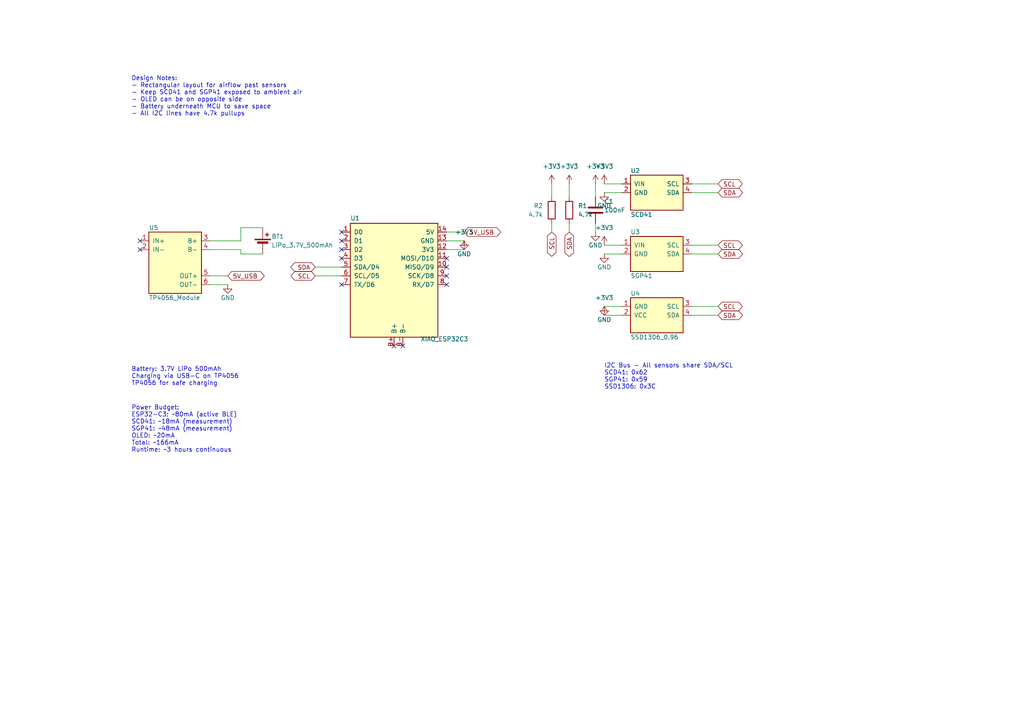
<source format=kicad_sch>
(kicad_sch (version 20250114) (generator "eeschema") (generator_version "9.0")
  (paper "A4")
  (title_block (title "Wearable Air Quality Sensor") (date "2026-01-15") (rev "1.0") (comment 1 "ESP32-C3 + SCD41 + SGP41 + SSD1306") (comment 2 "Battery powered BLE air quality monitor"))
  (lib_symbols
    (symbol "Device:Battery_Cell" (pin_numbers (hide yes)) (pin_names (offset 0) (hide yes))
      (property "Reference" "BT" (at 2.54 2.54 0))
      (property "Value" "Battery_Cell" (at 2.54 0 0))
      (symbol "Battery_Cell_0_1"
        (rectangle (start -2.286 1.778) (end 2.286 1.524) (fill (type outline)))
        (rectangle (start -1.524 1.016) (end 1.524 0.508) (fill (type outline)))
        (polyline (pts (xy 0 1.778) (xy 0 2.54)))
        (polyline (pts (xy 0 0.762) (xy 0 0)))
        (polyline (pts (xy 0.762 3.048) (xy 1.778 3.048)) (stroke (width 0.254)))
        (polyline (pts (xy 1.27 3.556) (xy 1.27 2.54)) (stroke (width 0.254)))
      )
      (symbol "Battery_Cell_1_1"
        (pin passive line (at 0 5.08 270) (length 2.54) (name "+") (number "1"))
        (pin passive line (at 0 -2.54 90) (length 2.54) (name "-") (number "2"))
      )
    )
    (symbol "Device:C" (pin_numbers (hide yes)) (pin_names (offset 0.254))
      (property "Reference" "C" (at 0.635 2.54 0))
      (property "Value" "C" (at 0.635 -2.54 0))
      (symbol "C_0_1"
        (polyline (pts (xy -2.032 0.762) (xy 2.032 0.762)) (stroke (width 0.508)))
        (polyline (pts (xy -2.032 -0.762) (xy 2.032 -0.762)) (stroke (width 0.508)))
      )
      (symbol "C_1_1"
        (pin passive line (at 0 3.81 270) (length 2.794) (name "~") (number "1"))
        (pin passive line (at 0 -3.81 90) (length 2.794) (name "~") (number "2"))
      )
    )
    (symbol "Device:R" (pin_numbers (hide yes)) (pin_names (offset 0))
      (property "Reference" "R" (at 2.032 0 90))
      (property "Value" "R" (at 0 0 90))
      (symbol "R_0_1"
        (rectangle (start -1.016 -2.54) (end 1.016 2.54) (stroke (width 0.254)))
      )
      (symbol "R_1_1"
        (pin passive line (at 0 3.81 270) (length 1.27) (name "~") (number "1"))
        (pin passive line (at 0 -3.81 90) (length 1.27) (name "~") (number "2"))
      )
    )
    (symbol "AirQuality_Sensors:Adafruit_SCD41" (pin_names (offset 1.016))
      (property "Reference" "U" (at -7.62 6.35 0))
      (property "Value" "Adafruit_SCD41" (at -7.62 -6.35 0))
      (symbol "Adafruit_SCD41_0_1"
        (rectangle (start -7.62 5.08) (end 7.62 -5.08) (stroke (width 0.254)) (fill (type background)))
      )
      (symbol "Adafruit_SCD41_1_1"
        (pin power_in line (at -10.16 2.54 0) (length 2.54) (name "VIN") (number "1"))
        (pin power_in line (at -10.16 0 0) (length 2.54) (name "GND") (number "2"))
        (pin bidirectional line (at 10.16 2.54 180) (length 2.54) (name "SCL") (number "3"))
        (pin bidirectional line (at 10.16 0 180) (length 2.54) (name "SDA") (number "4"))
      )
    )
    (symbol "AirQuality_Sensors:Adafruit_SGP41" (pin_names (offset 1.016))
      (property "Reference" "U" (at -7.62 6.35 0))
      (property "Value" "Adafruit_SGP41" (at -7.62 -6.35 0))
      (symbol "Adafruit_SGP41_0_1"
        (rectangle (start -7.62 5.08) (end 7.62 -5.08) (stroke (width 0.254)) (fill (type background)))
      )
      (symbol "Adafruit_SGP41_1_1"
        (pin power_in line (at -10.16 2.54 0) (length 2.54) (name "VIN") (number "1"))
        (pin power_in line (at -10.16 0 0) (length 2.54) (name "GND") (number "2"))
        (pin bidirectional line (at 10.16 2.54 180) (length 2.54) (name "SCL") (number "3"))
        (pin bidirectional line (at 10.16 0 180) (length 2.54) (name "SDA") (number "4"))
      )
    )
    (symbol "AirQuality_Sensors:SSD1306_OLED" (pin_names (offset 1.016))
      (property "Reference" "U" (at -7.62 6.35 0))
      (property "Value" "SSD1306_OLED" (at -7.62 -6.35 0))
      (symbol "SSD1306_OLED_0_1"
        (rectangle (start -7.62 5.08) (end 7.62 -5.08) (stroke (width 0.254)) (fill (type background)))
      )
      (symbol "SSD1306_OLED_1_1"
        (pin power_in line (at -10.16 2.54 0) (length 2.54) (name "GND") (number "1"))
        (pin power_in line (at -10.16 0 0) (length 2.54) (name "VCC") (number "2"))
        (pin bidirectional line (at 10.16 2.54 180) (length 2.54) (name "SCL") (number "3"))
        (pin bidirectional line (at 10.16 0 180) (length 2.54) (name "SDA") (number "4"))
      )
    )
    (symbol "AirQuality_Sensors:TP4056_Module" (pin_names (offset 1.016))
      (property "Reference" "U" (at -7.62 10.16 0))
      (property "Value" "TP4056_Module" (at -7.62 -10.16 0))
      (symbol "TP4056_Module_0_1"
        (rectangle (start -7.62 8.89) (end 7.62 -8.89) (stroke (width 0.254)) (fill (type background)))
      )
      (symbol "TP4056_Module_1_1"
        (pin power_in line (at -10.16 6.35 0) (length 2.54) (name "IN+") (number "1"))
        (pin power_in line (at -10.16 3.81 0) (length 2.54) (name "IN-") (number "2"))
        (pin power_out line (at 10.16 6.35 180) (length 2.54) (name "B+") (number "3"))
        (pin power_out line (at 10.16 3.81 180) (length 2.54) (name "B-") (number "4"))
        (pin power_out line (at 10.16 -3.81 180) (length 2.54) (name "OUT+") (number "5"))
        (pin power_out line (at 10.16 -6.35 180) (length 2.54) (name "OUT-") (number "6"))
      )
    )
    (symbol "AirQuality_Sensors:XIAO_ESP32C3" (pin_names (offset 1.016))
      (property "Reference" "U" (at -12.7 16.002 0))
      (property "Value" "XIAO_ESP32C3" (at 7.62 -19.05 0))
      (symbol "XIAO_ESP32C3_0_1"
        (rectangle (start -12.7 15.24) (end 12.7 -17.78) (stroke (width 0.254)) (fill (type background)))
      )
      (symbol "XIAO_ESP32C3_1_1"
        (pin bidirectional line (at -15.24 12.7 0) (length 2.54) (name "D0") (number "1"))
        (pin bidirectional line (at -15.24 10.16 0) (length 2.54) (name "D1") (number "2"))
        (pin bidirectional line (at -15.24 7.62 0) (length 2.54) (name "D2") (number "3"))
        (pin bidirectional line (at -15.24 5.08 0) (length 2.54) (name "D3") (number "4"))
        (pin bidirectional line (at -15.24 2.54 0) (length 2.54) (name "SDA/D4") (number "5"))
        (pin bidirectional line (at -15.24 0 0) (length 2.54) (name "SCL/D5") (number "6"))
        (pin bidirectional line (at -15.24 -2.54 0) (length 2.54) (name "TX/D6") (number "7"))
        (pin bidirectional line (at 15.24 -2.54 180) (length 2.54) (name "RX/D7") (number "8"))
        (pin bidirectional line (at 15.24 0 180) (length 2.54) (name "SCK/D8") (number "9"))
        (pin bidirectional line (at 15.24 2.54 180) (length 2.54) (name "MISO/D9") (number "10"))
        (pin bidirectional line (at 15.24 5.08 180) (length 2.54) (name "MOSI/D10") (number "11"))
        (pin power_out line (at 15.24 7.62 180) (length 2.54) (name "3V3") (number "12"))
        (pin power_in line (at 15.24 10.16 180) (length 2.54) (name "GND") (number "13"))
        (pin power_in line (at 15.24 12.7 180) (length 2.54) (name "5V") (number "14"))
        (pin power_in line (at 0 -20.32 90) (length 2.54) (name "B+") (number "B+"))
        (pin power_in line (at 2.54 -20.32 90) (length 2.54) (name "B-") (number "B-"))
      )
    )
    (symbol "power:+3V3" (power) (pin_numbers (hide yes)) (pin_names (offset 0) (hide yes))
      (property "Value" "+3V3" (at 0 3.556 0))
      (symbol "+3V3_0_1"
        (polyline (pts (xy -0.762 1.27) (xy 0 2.54)))
        (polyline (pts (xy 0 2.54) (xy 0.762 1.27)))
        (polyline (pts (xy 0 0) (xy 0 2.54)))
      )
      (symbol "+3V3_1_1"
        (pin power_in line (at 0 0 90) (length 0) (name "~") (number "1"))
      )
    )
    (symbol "power:GND" (power) (pin_numbers (hide yes)) (pin_names (offset 0) (hide yes))
      (property "Value" "GND" (at 0 -3.81 0))
      (symbol "GND_0_1"
        (polyline (pts (xy 0 0) (xy 0 -1.27) (xy 1.27 -1.27) (xy 0 -2.54) (xy -1.27 -1.27) (xy 0 -1.27)))
      )
      (symbol "GND_1_1"
        (pin power_in line (at 0 0 270) (length 0) (name "~") (number "1"))
      )
    )
  )
  (text "I2C Bus - All sensors share SDA/SCL\nSCD41: 0x62\nSGP41: 0x59\nSSD1306: 0x3C" (at 175.26 109.22 0) (effects (font (size 1.27 1.27)) (justify left)))
  (text "Battery: 3.7V LiPo 500mAh\nCharging via USB-C on TP4056\nTP4056 for safe charging" (at 38.1 109.22 0) (effects (font (size 1.27 1.27)) (justify left)))
  (text "Power Budget:\nESP32-C3: ~80mA (active BLE)\nSCD41: ~18mA (measurement)\nSGP41: ~48mA (measurement)\nOLED: ~20mA\nTotal: ~166mA\nRuntime: ~3 hours continuous" (at 38.1 124.46 0) (effects (font (size 1.27 1.27)) (justify left)))
  (text "Design Notes:\n- Rectangular layout for airflow past sensors\n- Keep SCD41 and SGP41 exposed to ambient air\n- OLED can be on opposite side\n- Battery underneath MCU to save space\n- All I2C lines have 4.7k pullups" (at 38.1 27.94 0) (effects (font (size 1.27 1.27)) (justify left)))
  (no_connect (at 99.06 67.31))
  (no_connect (at 99.06 69.85))
  (no_connect (at 99.06 72.39))
  (no_connect (at 99.06 74.93))
  (no_connect (at 99.06 82.55))
  (no_connect (at 129.54 82.55))
  (no_connect (at 129.54 80.01))
  (no_connect (at 129.54 77.47))
  (no_connect (at 129.54 74.93))
  (no_connect (at 114.3 100.33))
  (no_connect (at 116.84 100.33))
  (no_connect (at 40.64 69.85))
  (no_connect (at 40.64 72.39))
  (wire (pts (xy 129.54 72.39) (xy 134.62 72.39)))
  (wire (pts (xy 129.54 69.85) (xy 134.62 69.85)))
  (wire (pts (xy 129.54 67.31) (xy 134.62 67.31)))
  (wire (pts (xy 180.34 53.34) (xy 175.26 53.34)))
  (wire (pts (xy 180.34 55.88) (xy 175.26 55.88)))
  (wire (pts (xy 180.34 71.12) (xy 175.26 71.12)))
  (wire (pts (xy 180.34 73.66) (xy 175.26 73.66)))
  (wire (pts (xy 180.34 88.9) (xy 175.26 88.9)))
  (wire (pts (xy 180.34 91.44) (xy 175.26 91.44)))
  (wire (pts (xy 165.1 57.15) (xy 165.1 53.34)))
  (wire (pts (xy 160.02 57.15) (xy 160.02 53.34)))
  (wire (pts (xy 172.72 57.15) (xy 172.72 53.34)))
  (wire (pts (xy 172.72 64.77) (xy 172.72 67.31)))
  (wire (pts (xy 60.96 82.55) (xy 66.04 82.55)))
  (wire (pts (xy 60.96 80.01) (xy 66.04 80.01)))
  (wire (pts (xy 99.06 77.47) (xy 91.44 77.47)))
  (wire (pts (xy 99.06 80.01) (xy 91.44 80.01)))
  (wire (pts (xy 165.1 64.77) (xy 165.1 67.31)))
  (wire (pts (xy 160.02 64.77) (xy 160.02 67.31)))
  (wire (pts (xy 200.66 53.34) (xy 208.28 53.34)))
  (wire (pts (xy 200.66 55.88) (xy 208.28 55.88)))
  (wire (pts (xy 200.66 71.12) (xy 208.28 71.12)))
  (wire (pts (xy 200.66 73.66) (xy 208.28 73.66)))
  (wire (pts (xy 200.66 88.9) (xy 208.28 88.9)))
  (wire (pts (xy 200.66 91.44) (xy 208.28 91.44)))
  (wire (pts (xy 60.96 69.85) (xy 69.85 69.85)))
  (wire (pts (xy 69.85 69.85) (xy 69.85 66.04)))
  (wire (pts (xy 69.85 66.04) (xy 76.2 66.04)))
  (wire (pts (xy 60.96 72.39) (xy 69.85 72.39)))
  (wire (pts (xy 69.85 72.39) (xy 69.85 73.66)))
  (wire (pts (xy 69.85 73.66) (xy 76.2 73.66)))
  (global_label "SDA" (shape bidirectional) (at 91.44 77.47 180) (property "Intersheetrefs" "${INTERSHEET_REFS}" (effects (hide yes))))
  (global_label "SCL" (shape bidirectional) (at 91.44 80.01 180) (property "Intersheetrefs" "${INTERSHEET_REFS}" (effects (hide yes))))
  (global_label "SDA" (shape bidirectional) (at 165.1 67.31 270) (property "Intersheetrefs" "${INTERSHEET_REFS}" (effects (hide yes))))
  (global_label "SCL" (shape bidirectional) (at 160.02 67.31 270) (property "Intersheetrefs" "${INTERSHEET_REFS}" (effects (hide yes))))
  (global_label "SCL" (shape bidirectional) (at 208.28 53.34 0) (property "Intersheetrefs" "${INTERSHEET_REFS}" (effects (hide yes))))
  (global_label "SDA" (shape bidirectional) (at 208.28 55.88 0) (property "Intersheetrefs" "${INTERSHEET_REFS}" (effects (hide yes))))
  (global_label "SCL" (shape bidirectional) (at 208.28 71.12 0) (property "Intersheetrefs" "${INTERSHEET_REFS}" (effects (hide yes))))
  (global_label "SDA" (shape bidirectional) (at 208.28 73.66 0) (property "Intersheetrefs" "${INTERSHEET_REFS}" (effects (hide yes))))
  (global_label "SCL" (shape bidirectional) (at 208.28 88.9 0) (property "Intersheetrefs" "${INTERSHEET_REFS}" (effects (hide yes))))
  (global_label "SDA" (shape bidirectional) (at 208.28 91.44 0) (property "Intersheetrefs" "${INTERSHEET_REFS}" (effects (hide yes))))
  (global_label "5V_USB" (shape bidirectional) (at 66.04 80.01 0) (property "Intersheetrefs" "${INTERSHEET_REFS}" (effects (hide yes))))
  (global_label "5V_USB" (shape bidirectional) (at 134.62 67.31 0) (property "Intersheetrefs" "${INTERSHEET_REFS}" (effects (hide yes))))
  (symbol (lib_id "AirQuality_Sensors:XIAO_ESP32C3") (at 114.3 80.01 0) (unit 1)
    (property "Reference" "U1" (at 101.6 64.008 0) (effects (justify left bottom)))
    (property "Value" "XIAO_ESP32C3" (at 121.92 99.06 0) (effects (justify left bottom)))
    (property "Footprint" "AirQuality:XIAO_ESP32C3" (effects (hide yes)))
    (property "Datasheet" "https://wiki.seeedstudio.com/XIAO_ESP32C3_Getting_Started/" (effects (hide yes)))
    (property "Description" "Seeed XIAO ESP32-C3 MCU with WiFi/BLE" (effects (hide yes)))
  )
  (symbol (lib_id "AirQuality_Sensors:Adafruit_SCD41") (at 190.5 55.88 0) (unit 1)
    (property "Reference" "U2" (at 182.88 49.53 0) (effects (justify left)))
    (property "Value" "SCD41" (at 182.88 62.23 0) (effects (justify left)))
    (property "Footprint" "AirQuality:Adafruit_SCD41" (effects (hide yes)))
    (property "Datasheet" "https://learn.adafruit.com/adafruit-scd-41" (effects (hide yes)))
    (property "Description" "Adafruit SCD41 CO2/Temp/Humidity Sensor Breakout I2C 0x62" (effects (hide yes)))
  )
  (symbol (lib_id "AirQuality_Sensors:Adafruit_SGP41") (at 190.5 73.66 0) (unit 1)
    (property "Reference" "U3" (at 182.88 67.31 0) (effects (justify left)))
    (property "Value" "SGP41" (at 182.88 80.01 0) (effects (justify left)))
    (property "Footprint" "AirQuality:Adafruit_SGP41" (effects (hide yes)))
    (property "Datasheet" "https://learn.adafruit.com/adafruit-sgp41" (effects (hide yes)))
    (property "Description" "Adafruit SGP41 VOC/NOx Air Quality Sensor I2C 0x59" (effects (hide yes)))
  )
  (symbol (lib_id "AirQuality_Sensors:SSD1306_OLED") (at 190.5 91.44 0) (unit 1)
    (property "Reference" "U4" (at 182.88 85.09 0) (effects (justify left)))
    (property "Value" "SSD1306_0.96" (at 182.88 97.79 0) (effects (justify left)))
    (property "Footprint" "AirQuality:SSD1306_OLED_128x64" (effects (hide yes)))
    (property "Datasheet" "https://learn.adafruit.com/monochrome-oled-breakouts" (effects (hide yes)))
    (property "Description" "SSD1306 128x64 OLED Display I2C 0x3C" (effects (hide yes)))
  )
  (symbol (lib_id "AirQuality_Sensors:TP4056_Module") (at 50.8 76.2 0) (unit 1)
    (property "Reference" "U5" (at 43.18 66.04 0) (effects (justify left)))
    (property "Value" "TP4056_Module" (at 43.18 86.36 0) (effects (justify left)))
    (property "Footprint" "AirQuality:TP4056_USB-C_Module" (effects (hide yes)))
    (property "Description" "TP4056 USB-C LiPo Battery Charger Module" (effects (hide yes)))
  )
  (symbol (lib_id "Device:Battery_Cell") (at 76.2 71.12 0) (unit 1)
    (property "Reference" "BT1" (at 78.74 68.58 0) (effects (justify left)))
    (property "Value" "LiPo_3.7V_500mAh" (at 78.74 71.12 0) (effects (justify left)))
    (property "Footprint" "AirQuality:JST_PH_2pin_Battery" (effects (hide yes)))
    (property "Description" "Single-cell battery" (effects (hide yes)))
    (property "Sim.Device" "V" (effects (hide yes)))
    (property "Sim.Type" "DC" (effects (hide yes)))
    (property "Sim.Pins" "1=+ 2=-" (effects (hide yes)))
  )
  (symbol (lib_id "Device:R") (at 165.1 60.96 0) (unit 1)
    (property "Reference" "R1" (at 167.64 59.69 0) (effects (justify left)))
    (property "Value" "4.7k" (at 167.64 62.23 0) (effects (justify left)))
    (property "Footprint" "Resistor_SMD:R_0603_1608Metric" (effects (hide yes)))
    (property "Description" "Resistor" (effects (hide yes)))
  )
  (symbol (lib_id "Device:R") (at 160.02 60.96 0) (unit 1)
    (property "Reference" "R2" (at 157.48 59.69 0) (effects (justify right)))
    (property "Value" "4.7k" (at 157.48 62.23 0) (effects (justify right)))
    (property "Footprint" "Resistor_SMD:R_0603_1608Metric" (effects (hide yes)))
    (property "Description" "Resistor" (effects (hide yes)))
  )
  (symbol (lib_id "Device:C") (at 172.72 60.96 0) (unit 1)
    (property "Reference" "C1" (at 175.26 58.42 0) (effects (justify left)))
    (property "Value" "100nF" (at 175.26 60.96 0) (effects (justify left)))
    (property "Footprint" "Capacitor_SMD:C_0603_1608Metric" (effects (hide yes)))
    (property "Description" "Unpolarized capacitor" (effects (hide yes)))
  )
  (symbol (lib_id "power:+3V3") (at 134.62 72.39 0) (unit 1)
    (property "Reference" "#PWR01" (effects (hide yes)))
    (property "Value" "+3V3" (at 134.62 67.31 0))
    (property "Description" "Power symbol creates a global label with name \"+3V3\"" (effects (hide yes)))
  )
  (symbol (lib_id "power:GND") (at 134.62 69.85 0) (unit 1)
    (property "Reference" "#PWR02" (effects (hide yes)))
    (property "Value" "GND" (at 134.62 73.66 0))
    (property "Description" "Power symbol creates a global label with name \"GND\" , ground" (effects (hide yes)))
  )
  (symbol (lib_id "power:+3V3") (at 175.26 53.34 0) (unit 1)
    (property "Reference" "#PWR03" (effects (hide yes)))
    (property "Value" "+3V3" (at 175.26 48.26 0))
    (property "Description" "Power symbol creates a global label with name \"+3V3\"" (effects (hide yes)))
  )
  (symbol (lib_id "power:GND") (at 175.26 55.88 0) (unit 1)
    (property "Reference" "#PWR04" (effects (hide yes)))
    (property "Value" "GND" (at 175.26 59.69 0))
    (property "Description" "Power symbol creates a global label with name \"GND\" , ground" (effects (hide yes)))
  )
  (symbol (lib_id "power:+3V3") (at 175.26 71.12 0) (unit 1)
    (property "Reference" "#PWR05" (effects (hide yes)))
    (property "Value" "+3V3" (at 175.26 66.04 0))
    (property "Description" "Power symbol creates a global label with name \"+3V3\"" (effects (hide yes)))
  )
  (symbol (lib_id "power:GND") (at 175.26 73.66 0) (unit 1)
    (property "Reference" "#PWR06" (effects (hide yes)))
    (property "Value" "GND" (at 175.26 77.47 0))
    (property "Description" "Power symbol creates a global label with name \"GND\" , ground" (effects (hide yes)))
  )
  (symbol (lib_id "power:GND") (at 175.26 88.9 0) (unit 1)
    (property "Reference" "#PWR07" (effects (hide yes)))
    (property "Value" "GND" (at 175.26 92.71 0))
    (property "Description" "Power symbol creates a global label with name \"GND\" , ground" (effects (hide yes)))
  )
  (symbol (lib_id "power:+3V3") (at 175.26 91.44 0) (unit 1)
    (property "Reference" "#PWR08" (effects (hide yes)))
    (property "Value" "+3V3" (at 175.26 86.36 0))
    (property "Description" "Power symbol creates a global label with name \"+3V3\"" (effects (hide yes)))
  )
  (symbol (lib_id "power:+3V3") (at 165.1 53.34 0) (unit 1)
    (property "Reference" "#PWR09" (effects (hide yes)))
    (property "Value" "+3V3" (at 165.1 48.26 0))
    (property "Description" "Power symbol creates a global label with name \"+3V3\"" (effects (hide yes)))
  )
  (symbol (lib_id "power:+3V3") (at 160.02 53.34 0) (unit 1)
    (property "Reference" "#PWR010" (effects (hide yes)))
    (property "Value" "+3V3" (at 160.02 48.26 0))
    (property "Description" "Power symbol creates a global label with name \"+3V3\"" (effects (hide yes)))
  )
  (symbol (lib_id "power:+3V3") (at 172.72 53.34 0) (unit 1)
    (property "Reference" "#PWR011" (effects (hide yes)))
    (property "Value" "+3V3" (at 172.72 48.26 0))
    (property "Description" "Power symbol creates a global label with name \"+3V3\"" (effects (hide yes)))
  )
  (symbol (lib_id "power:GND") (at 172.72 67.31 0) (unit 1)
    (property "Reference" "#PWR012" (effects (hide yes)))
    (property "Value" "GND" (at 172.72 71.12 0))
    (property "Description" "Power symbol creates a global label with name \"GND\" , ground" (effects (hide yes)))
  )
  (symbol (lib_id "power:GND") (at 66.04 82.55 0) (unit 1)
    (property "Reference" "#PWR013" (effects (hide yes)))
    (property "Value" "GND" (at 66.04 86.36 0))
    (property "Description" "Power symbol creates a global label with name \"GND\" , ground" (effects (hide yes)))
  )
)
</source>
